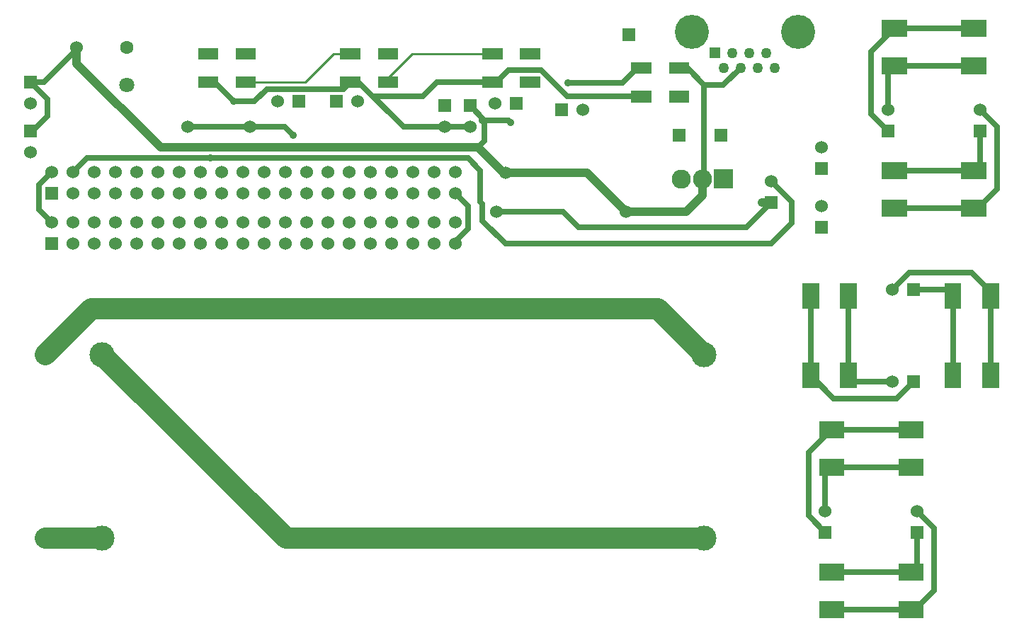
<source format=gbr>
G04 start of page 7 for group 5 idx 5 *
G04 Title: (unknown), bottom *
G04 Creator: pcb 20140316 *
G04 CreationDate: Tue 28 Aug 2018 04:48:26 PM GMT UTC *
G04 For: cwispell *
G04 Format: Gerber/RS-274X *
G04 PCB-Dimensions (mil): 4685.04 2913.39 *
G04 PCB-Coordinate-Origin: lower left *
%MOIN*%
%FSLAX25Y25*%
%LNBOTTOM*%
%ADD117C,0.1300*%
%ADD116C,0.0591*%
%ADD115C,0.0669*%
%ADD114C,0.0380*%
%ADD113C,0.0787*%
%ADD112C,0.0200*%
%ADD111C,0.0350*%
%ADD110C,0.1181*%
%ADD109C,0.0360*%
%ADD108R,0.0787X0.0787*%
%ADD107R,0.0551X0.0551*%
%ADD106C,0.0500*%
%ADD105C,0.1600*%
%ADD104C,0.0900*%
%ADD103C,0.0600*%
%ADD102C,0.0631*%
%ADD101C,0.0709*%
%ADD100C,0.0001*%
%ADD99C,0.0100*%
%ADD98C,0.0984*%
%ADD97C,0.0250*%
%ADD96C,0.0400*%
G54D96*X321969Y211496D02*Y203858D01*
X314331Y196220D01*
G54D97*X321969Y211496D02*X322835Y212362D01*
Y255906D01*
G54D98*X301181Y150591D02*X322835Y128937D01*
G54D96*X314331Y196220D02*X286142D01*
G54D97*X342677Y188976D02*X263780D01*
X256535Y196220D01*
X225118D01*
X354331Y181102D02*X229331D01*
G54D96*X286142Y196220D02*X267795Y214567D01*
X350236Y200630D02*X354331D01*
G54D97*X342677Y188976D01*
X354331Y210630D02*X364173Y200787D01*
Y190945D01*
X354331Y181102D01*
X339946Y263939D02*X331913Y255906D01*
X322835D01*
X314961Y263780D01*
X311024D01*
X291338D02*X284448Y256890D01*
X258465Y250394D02*X293307D01*
X284448Y256890D02*X258858D01*
X231889Y238189D02*X230905Y239173D01*
G54D96*X228346Y214567D02*X216535Y226378D01*
G54D97*X217520Y200787D02*Y215551D01*
X230905Y239173D02*X218504D01*
X205748Y182126D02*Y181102D01*
X229331D02*X218504Y191929D01*
X205748Y204724D02*X211614Y198858D01*
Y187992D01*
X205748Y182126D01*
X218504Y191929D02*Y199803D01*
X217520Y200787D01*
Y215551D02*X211614Y221457D01*
X212598Y246063D02*X219488Y239173D01*
Y229331D01*
X216535Y226378D01*
X211614Y221457D02*X208661D01*
G54D96*X267795Y214567D02*X228346D01*
G54D97*X225197Y257087D02*X230906Y262795D01*
X246063D01*
X258465Y250394D01*
X382874Y8859D02*X420275D01*
X382874Y26574D02*X420275D01*
X422244Y8859D02*X431102Y17717D01*
Y31496D02*Y17717D01*
X422244Y26574D02*X423228Y27559D01*
X382874Y75788D02*X420275D01*
X382874Y93504D02*X420275D01*
X379921Y72835D02*Y55276D01*
Y72835D02*X382874Y75788D01*
X372047Y82677D02*X382874Y93504D01*
X379921Y45276D02*X372047Y53150D01*
X423228Y55118D02*X431102Y47244D01*
Y31059D01*
X423228Y45118D02*Y27559D01*
X372047Y82677D02*Y53150D01*
X412402Y197835D02*X449803D01*
X412402Y215551D02*X449803D01*
X412402Y264764D02*X449803D01*
X409449Y261811D02*Y244252D01*
Y261811D02*X412402Y264764D01*
X409449Y234252D02*X401575Y242126D01*
Y271654D02*Y242126D01*
Y271654D02*X412401Y282480D01*
X449803D01*
X451771Y197835D02*X460630Y206693D01*
X452756Y244094D02*X460630Y236220D01*
Y220035D01*
Y220472D02*Y206693D01*
X451771Y215551D02*X452756Y216535D01*
Y234094D02*Y216535D01*
X457677Y156496D02*Y119095D01*
Y158464D02*X448819Y167323D01*
X435039D02*X448819D01*
X439961Y158464D02*X438976Y159449D01*
X439961Y156496D02*Y119095D01*
X390748Y156496D02*Y119095D01*
X373032Y156496D02*Y119094D01*
X393701Y116142D02*X411260D01*
X383858Y108268D02*X413386D01*
X383858D02*X373032Y119094D01*
X393701Y116142D02*X390748Y119095D01*
X421260Y116142D02*X413386Y108268D01*
X411417Y159449D02*X419291Y167323D01*
X435476D01*
X421417Y159449D02*X438976D01*
G54D99*X172048Y257087D02*X185433Y270472D01*
X223228D01*
X135039Y257087D02*X148425Y270472D01*
X156299D01*
G54D97*X197047Y257087D02*X223228D01*
G54D96*X66929Y226378D02*X27559Y265748D01*
Y273622D01*
G54D97*X11969Y257047D02*X27559Y272638D01*
X13780Y249173D02*Y241142D01*
X15748Y191102D02*X9843Y197008D01*
Y208819D01*
X5906Y257047D02*X11969D01*
X5906D02*X13780Y249173D01*
Y241142D02*X6890Y234252D01*
X5906D01*
X9843Y208819D02*X15748Y214724D01*
G54D98*X12795Y128937D02*X34449Y150591D01*
X12795Y42323D02*X39370D01*
X125984D02*X39370Y128937D01*
G54D96*X216535Y226378D02*X66929D01*
G54D97*X210630Y221457D02*X32480D01*
X25748Y214724D01*
G54D98*X34449Y150591D02*X301181D01*
X125984Y42323D02*X322835D01*
G54D97*X156299Y257087D02*X160236D01*
X181260Y236063D01*
X212598D02*X181260D01*
X111220Y248031D02*X101378D01*
X166831Y250492D02*X190453D01*
X197047Y257087D01*
G54D99*X105119D02*X135039D01*
G54D97*X129527Y232283D02*X125590Y236220D01*
X109252D01*
X117126Y253937D02*X111220Y248031D01*
X156299Y257087D02*X153150Y253937D01*
X117126D01*
X101378Y248031D02*X92323Y257087D01*
X89370D01*
X79724Y236220D02*X108268D01*
G54D100*G36*
X146606Y251031D02*Y245031D01*
X152606D01*
Y251031D01*
X146606D01*
G37*
G54D101*X51181Y255906D03*
G54D102*Y273622D03*
G54D100*G36*
X129047Y251031D02*Y245031D01*
X135047D01*
Y251031D01*
X129047D01*
G37*
G54D103*X122047Y248031D03*
X159606D03*
G54D100*G36*
X2906Y260047D02*Y254047D01*
X8906D01*
Y260047D01*
X2906D01*
G37*
G54D103*X5906Y247047D03*
G54D100*G36*
X197787Y249063D02*Y243063D01*
X203787D01*
Y249063D01*
X197787D01*
G37*
G36*
X209598D02*Y243063D01*
X215598D01*
Y249063D01*
X209598D01*
G37*
G36*
X12748Y207724D02*Y201724D01*
X18748D01*
Y207724D01*
X12748D01*
G37*
G54D103*X25748Y204724D03*
X35748D03*
X15748Y214724D03*
X25748D03*
X35748D03*
X45748D03*
X55748D03*
X65748D03*
G54D100*G36*
X12748Y184102D02*Y178102D01*
X18748D01*
Y184102D01*
X12748D01*
G37*
G54D103*X15748Y191102D03*
X25748D03*
X35748D03*
G54D100*G36*
X2906Y237252D02*Y231252D01*
X8906D01*
Y237252D01*
X2906D01*
G37*
G54D103*X5906Y224252D03*
X75748Y214724D03*
X85748D03*
X95748D03*
X75748Y204724D03*
X85748D03*
X95748D03*
X105748Y214724D03*
X115748D03*
X125748D03*
X105748Y204724D03*
X115748D03*
X125748D03*
X135748D03*
Y214724D03*
X145748D03*
X155748D03*
X145748Y204724D03*
X155748D03*
X165748D03*
X175748D03*
X185748D03*
X195748D03*
X165748Y214724D03*
X175748D03*
X185748D03*
X195748D03*
X205748Y204724D03*
Y214724D03*
X200787Y236063D03*
X212598D03*
X45748Y204724D03*
X55748D03*
X65748D03*
X25748Y181102D03*
X35748D03*
X45748D03*
X55748D03*
X65748D03*
X75748D03*
X45748Y191102D03*
X55748D03*
X65748D03*
X75748D03*
X85748Y181102D03*
Y191102D03*
X95748D03*
X105748D03*
X95748Y181102D03*
X105748D03*
X115748D03*
X125748D03*
X135748D03*
X145748D03*
X115748Y191102D03*
X125748D03*
X135748D03*
X145748D03*
X155748Y181102D03*
X165748D03*
X175748D03*
X185748D03*
X195748D03*
X205748D03*
X155748Y191102D03*
X165748D03*
X175748D03*
X185748D03*
X195748D03*
X205748D03*
G54D100*G36*
X351331Y203630D02*Y197630D01*
X357331D01*
Y203630D01*
X351331D01*
G37*
G54D103*X354331Y210630D03*
G54D100*G36*
X374953Y191976D02*Y185976D01*
X380953D01*
Y191976D01*
X374953D01*
G37*
G54D103*X377953Y198976D03*
G54D100*G36*
X374953Y219535D02*Y213535D01*
X380953D01*
Y219535D01*
X374953D01*
G37*
G54D103*X377953Y226535D03*
G54D100*G36*
X327709Y235283D02*Y229283D01*
X333709D01*
Y235283D01*
X327709D01*
G37*
G36*
X327469Y215996D02*Y206996D01*
X336469D01*
Y215996D01*
X327469D01*
G37*
G54D104*X321969Y211496D03*
X311969D03*
G54D103*X225118Y196220D03*
X286142D03*
G54D100*G36*
X252906Y247094D02*Y241094D01*
X258906D01*
Y247094D01*
X252906D01*
G37*
G54D103*X265906Y244094D03*
G54D100*G36*
X231409Y250047D02*Y244047D01*
X237409D01*
Y250047D01*
X231409D01*
G37*
G54D103*X224409Y247047D03*
G54D100*G36*
X284402Y282528D02*Y276528D01*
X290402D01*
Y282528D01*
X284402D01*
G37*
G36*
X308024Y235283D02*Y229283D01*
X314024D01*
Y235283D01*
X308024D01*
G37*
G36*
X449756Y237094D02*Y231094D01*
X455756D01*
Y237094D01*
X449756D01*
G37*
G54D103*X452756Y244094D03*
G54D100*G36*
X406449Y237252D02*Y231252D01*
X412449D01*
Y237252D01*
X406449D01*
G37*
G54D103*X409449Y244252D03*
G54D105*X366946Y280939D03*
X316946D03*
G54D106*X351946Y270939D03*
X355946Y263939D03*
X347946D03*
X343946Y270939D03*
X335946D03*
G54D100*G36*
X325446Y273439D02*Y268439D01*
X330446D01*
Y273439D01*
X325446D01*
G37*
G54D106*X339946Y263939D03*
X331946D03*
G54D100*G36*
X420228Y48118D02*Y42118D01*
X426228D01*
Y48118D01*
X420228D01*
G37*
G54D103*X423228Y55118D03*
G54D100*G36*
X376921Y48276D02*Y42276D01*
X382921D01*
Y48276D01*
X376921D01*
G37*
G54D103*X379921Y55276D03*
G54D100*G36*
X418417Y162449D02*Y156449D01*
X424417D01*
Y162449D01*
X418417D01*
G37*
G54D103*X411417Y159449D03*
G54D100*G36*
X418260Y119142D02*Y113142D01*
X424260D01*
Y119142D01*
X418260D01*
G37*
G54D103*X411260Y116142D03*
G54D107*X291338Y250394D02*X295275D01*
X309055D02*X312992D01*
X291338Y263780D02*X295275D01*
X309055D02*X312992D01*
X221260Y257087D02*X225197D01*
X238977D02*X242914D01*
X154331D02*X158268D01*
X154331Y270472D02*X158268D01*
X172048Y257087D02*X175985D01*
X172048Y270472D02*X175985D01*
X87402Y257087D02*X91339D01*
X87402Y270472D02*X91339D01*
X105119Y257087D02*X109056D01*
X105119Y270472D02*X109056D01*
G54D108*X418307Y75788D02*X422244D01*
X380906D02*X384843D01*
X418307Y93504D02*X422244D01*
X380906D02*X384843D01*
X418307Y8859D02*X422244D01*
X380906D02*X384843D01*
X418307Y26575D02*X422244D01*
X380906D02*X384843D01*
G54D107*X221260Y270472D02*X225197D01*
X238977D02*X242914D01*
G54D108*X447834Y264764D02*X451771D01*
X410433D02*X414370D01*
X447834Y282480D02*X451771D01*
X410433D02*X414370D01*
X447834Y197835D02*X451771D01*
X410433D02*X414370D01*
X447834Y215551D02*X451771D01*
X410433D02*X414370D01*
X390748Y158464D02*Y154527D01*
Y121063D02*Y117126D01*
X373032Y158464D02*Y154527D01*
Y121063D02*Y117126D01*
X457677Y158464D02*Y154527D01*
Y121063D02*Y117126D01*
X439961Y158464D02*Y154527D01*
Y121063D02*Y117126D01*
G54D103*X27559Y273622D03*
G54D109*X107087Y270472D03*
G54D110*X322835Y42323D03*
Y128937D03*
G54D103*X12795D03*
Y42323D03*
G54D110*X39370Y128937D03*
Y42323D03*
G54D109*X174016Y270472D03*
X240945D03*
X311024Y263780D03*
Y250394D03*
X293307D03*
X240945Y257087D03*
X258858Y256890D03*
X90551Y221457D03*
G54D103*X229331Y214567D03*
G54D109*X101378Y248031D03*
X156299Y257087D03*
G54D103*X79724Y236220D03*
X109252D03*
G54D109*X129527Y232283D03*
X218504Y239173D03*
X231889Y238189D03*
G54D110*G54D111*G54D112*G54D113*G54D111*G54D113*G54D110*G54D112*G54D111*G54D112*G54D111*G54D112*G54D110*G54D114*G54D115*G54D116*G54D114*G54D103*G54D111*G54D114*G54D117*G54D111*G54D114*M02*

</source>
